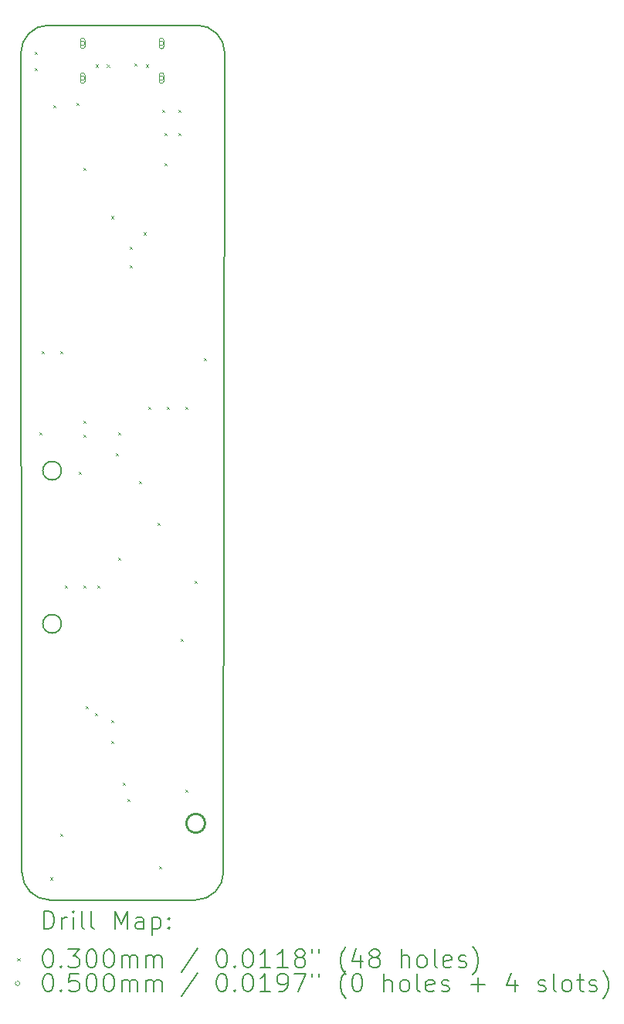
<source format=gbr>
%TF.GenerationSoftware,KiCad,Pcbnew,9.0.3*%
%TF.CreationDate,2025-09-26T00:40:57-04:00*%
%TF.ProjectId,Photon,50686f74-6f6e-42e6-9b69-6361645f7063,1.3*%
%TF.SameCoordinates,Original*%
%TF.FileFunction,Drillmap*%
%TF.FilePolarity,Positive*%
%FSLAX45Y45*%
G04 Gerber Fmt 4.5, Leading zero omitted, Abs format (unit mm)*
G04 Created by KiCad (PCBNEW 9.0.3) date 2025-09-26 00:40:57*
%MOMM*%
%LPD*%
G01*
G04 APERTURE LIST*
%ADD10C,0.200000*%
%ADD11C,0.250000*%
%ADD12C,0.100000*%
G04 APERTURE END LIST*
D10*
X4191000Y-11277600D02*
X4177926Y-2311400D01*
X4622800Y-6883400D02*
G75*
G02*
X4419600Y-6883400I-101600J0D01*
G01*
X4419600Y-6883400D02*
G75*
G02*
X4622800Y-6883400I101600J0D01*
G01*
X6109074Y-2006600D02*
G75*
G02*
X6413870Y-2311400I-4J-304800D01*
G01*
X6413870Y-2311400D02*
X6400800Y-11277600D01*
X6096000Y-11582400D02*
X4495800Y-11582400D01*
X4622800Y-8559800D02*
G75*
G02*
X4419600Y-8559800I-101600J0D01*
G01*
X4419600Y-8559800D02*
G75*
G02*
X4622800Y-8559800I101600J0D01*
G01*
X4177926Y-2311400D02*
G75*
G02*
X4482726Y-2006596I304804J0D01*
G01*
X6400800Y-11277600D02*
G75*
G02*
X6096000Y-11582400I-304800J0D01*
G01*
X4482726Y-2006600D02*
X6109074Y-2006600D01*
X4495800Y-11582400D02*
G75*
G02*
X4191000Y-11277600I0J304800D01*
G01*
D11*
X6198150Y-10744200D02*
G75*
G02*
X5993849Y-10744200I-102151J0D01*
G01*
X5993849Y-10744200D02*
G75*
G02*
X6198150Y-10744200I102151J0D01*
G01*
D10*
D12*
X4328400Y-2296400D02*
X4358400Y-2326400D01*
X4358400Y-2296400D02*
X4328400Y-2326400D01*
X4328400Y-2474200D02*
X4358400Y-2504200D01*
X4358400Y-2474200D02*
X4328400Y-2504200D01*
X4379200Y-6462000D02*
X4409200Y-6492000D01*
X4409200Y-6462000D02*
X4379200Y-6492000D01*
X4404600Y-5573000D02*
X4434600Y-5603000D01*
X4434600Y-5573000D02*
X4404600Y-5603000D01*
X4499900Y-11332500D02*
X4529900Y-11362500D01*
X4529900Y-11332500D02*
X4499900Y-11362500D01*
X4531600Y-2880600D02*
X4561600Y-2910600D01*
X4561600Y-2880600D02*
X4531600Y-2910600D01*
X4607800Y-5573000D02*
X4637800Y-5603000D01*
X4637800Y-5573000D02*
X4607800Y-5603000D01*
X4607800Y-10856200D02*
X4637800Y-10886200D01*
X4637800Y-10856200D02*
X4607800Y-10886200D01*
X4658600Y-8138400D02*
X4688600Y-8168400D01*
X4688600Y-8138400D02*
X4658600Y-8168400D01*
X4785600Y-2855200D02*
X4815600Y-2885200D01*
X4815600Y-2855200D02*
X4785600Y-2885200D01*
X4811000Y-6893800D02*
X4841000Y-6923800D01*
X4841000Y-6893800D02*
X4811000Y-6923800D01*
X4861800Y-3566400D02*
X4891800Y-3596400D01*
X4891800Y-3566400D02*
X4861800Y-3596400D01*
X4861800Y-6335000D02*
X4891800Y-6365000D01*
X4891800Y-6335000D02*
X4861800Y-6365000D01*
X4861800Y-6487400D02*
X4891800Y-6517400D01*
X4891800Y-6487400D02*
X4861800Y-6517400D01*
X4861800Y-8138400D02*
X4891800Y-8168400D01*
X4891800Y-8138400D02*
X4861800Y-8168400D01*
X4887200Y-9459200D02*
X4917200Y-9489200D01*
X4917200Y-9459200D02*
X4887200Y-9489200D01*
X4988800Y-9535400D02*
X5018800Y-9565400D01*
X5018800Y-9535400D02*
X4988800Y-9565400D01*
X4997880Y-2437600D02*
X5027880Y-2467600D01*
X5027880Y-2437600D02*
X4997880Y-2467600D01*
X5014200Y-8138400D02*
X5044200Y-8168400D01*
X5044200Y-8138400D02*
X5014200Y-8168400D01*
X5120880Y-2437600D02*
X5150880Y-2467600D01*
X5150880Y-2437600D02*
X5120880Y-2467600D01*
X5166600Y-4093500D02*
X5196600Y-4123500D01*
X5196600Y-4093500D02*
X5166600Y-4123500D01*
X5166600Y-9611600D02*
X5196600Y-9641600D01*
X5196600Y-9611600D02*
X5166600Y-9641600D01*
X5166600Y-9840200D02*
X5196600Y-9870200D01*
X5196600Y-9840200D02*
X5166600Y-9870200D01*
X5217400Y-6690600D02*
X5247400Y-6720600D01*
X5247400Y-6690600D02*
X5217400Y-6720600D01*
X5242800Y-6462000D02*
X5272800Y-6492000D01*
X5272800Y-6462000D02*
X5242800Y-6492000D01*
X5242800Y-7833600D02*
X5272800Y-7863600D01*
X5272800Y-7833600D02*
X5242800Y-7863600D01*
X5293600Y-10297400D02*
X5323600Y-10327400D01*
X5323600Y-10297400D02*
X5293600Y-10327400D01*
X5344400Y-10475200D02*
X5374400Y-10505200D01*
X5374400Y-10475200D02*
X5344400Y-10505200D01*
X5369800Y-4430000D02*
X5399800Y-4460000D01*
X5399800Y-4430000D02*
X5369800Y-4460000D01*
X5369800Y-4633200D02*
X5399800Y-4663200D01*
X5399800Y-4633200D02*
X5369800Y-4663200D01*
X5420600Y-2423400D02*
X5450600Y-2453400D01*
X5450600Y-2423400D02*
X5420600Y-2453400D01*
X5471400Y-6995400D02*
X5501400Y-7025400D01*
X5501400Y-6995400D02*
X5471400Y-7025400D01*
X5522200Y-4271300D02*
X5552200Y-4301300D01*
X5552200Y-4271300D02*
X5522200Y-4301300D01*
X5547600Y-2437600D02*
X5577600Y-2467600D01*
X5577600Y-2437600D02*
X5547600Y-2467600D01*
X5573000Y-6182600D02*
X5603000Y-6212600D01*
X5603000Y-6182600D02*
X5573000Y-6212600D01*
X5674600Y-7452600D02*
X5704600Y-7482600D01*
X5704600Y-7452600D02*
X5674600Y-7482600D01*
X5690700Y-11211800D02*
X5720700Y-11241800D01*
X5720700Y-11211800D02*
X5690700Y-11241800D01*
X5725400Y-2931400D02*
X5755400Y-2961400D01*
X5755400Y-2931400D02*
X5725400Y-2961400D01*
X5750800Y-3185400D02*
X5780800Y-3215400D01*
X5780800Y-3185400D02*
X5750800Y-3215400D01*
X5750800Y-3515600D02*
X5780800Y-3545600D01*
X5780800Y-3515600D02*
X5750800Y-3545600D01*
X5776200Y-6182600D02*
X5806200Y-6212600D01*
X5806200Y-6182600D02*
X5776200Y-6212600D01*
X5903200Y-2931400D02*
X5933200Y-2961400D01*
X5933200Y-2931400D02*
X5903200Y-2961400D01*
X5903200Y-3185400D02*
X5933200Y-3215400D01*
X5933200Y-3185400D02*
X5903200Y-3215400D01*
X5928600Y-8722600D02*
X5958600Y-8752600D01*
X5958600Y-8722600D02*
X5928600Y-8752600D01*
X5979400Y-6182600D02*
X6009400Y-6212600D01*
X6009400Y-6182600D02*
X5979400Y-6212600D01*
X5979400Y-10373600D02*
X6009400Y-10403600D01*
X6009400Y-10373600D02*
X5979400Y-10403600D01*
X6081000Y-8087600D02*
X6111000Y-8117600D01*
X6111000Y-8087600D02*
X6081000Y-8117600D01*
X6182600Y-5649200D02*
X6212600Y-5679200D01*
X6212600Y-5649200D02*
X6182600Y-5679200D01*
X4880880Y-2206000D02*
G75*
G02*
X4830880Y-2206000I-25000J0D01*
G01*
X4830880Y-2206000D02*
G75*
G02*
X4880880Y-2206000I25000J0D01*
G01*
X4880880Y-2241000D02*
X4880880Y-2171000D01*
X4830880Y-2171000D02*
G75*
G02*
X4880880Y-2171000I25000J0D01*
G01*
X4830880Y-2171000D02*
X4830880Y-2241000D01*
X4830880Y-2241000D02*
G75*
G03*
X4880880Y-2241000I25000J0D01*
G01*
X4880880Y-2586000D02*
G75*
G02*
X4830880Y-2586000I-25000J0D01*
G01*
X4830880Y-2586000D02*
G75*
G02*
X4880880Y-2586000I25000J0D01*
G01*
X4880880Y-2621000D02*
X4880880Y-2551000D01*
X4830880Y-2551000D02*
G75*
G02*
X4880880Y-2551000I25000J0D01*
G01*
X4830880Y-2551000D02*
X4830880Y-2621000D01*
X4830880Y-2621000D02*
G75*
G03*
X4880880Y-2621000I25000J0D01*
G01*
X5744880Y-2206000D02*
G75*
G02*
X5694880Y-2206000I-25000J0D01*
G01*
X5694880Y-2206000D02*
G75*
G02*
X5744880Y-2206000I25000J0D01*
G01*
X5744880Y-2241000D02*
X5744880Y-2171000D01*
X5694880Y-2171000D02*
G75*
G02*
X5744880Y-2171000I25000J0D01*
G01*
X5694880Y-2171000D02*
X5694880Y-2241000D01*
X5694880Y-2241000D02*
G75*
G03*
X5744880Y-2241000I25000J0D01*
G01*
X5744880Y-2586000D02*
G75*
G02*
X5694880Y-2586000I-25000J0D01*
G01*
X5694880Y-2586000D02*
G75*
G02*
X5744880Y-2586000I25000J0D01*
G01*
X5744880Y-2621000D02*
X5744880Y-2551000D01*
X5694880Y-2551000D02*
G75*
G02*
X5744880Y-2551000I25000J0D01*
G01*
X5694880Y-2551000D02*
X5694880Y-2621000D01*
X5694880Y-2621000D02*
G75*
G03*
X5744880Y-2621000I25000J0D01*
G01*
D10*
X4428703Y-11903884D02*
X4428703Y-11703884D01*
X4428703Y-11703884D02*
X4476322Y-11703884D01*
X4476322Y-11703884D02*
X4504893Y-11713408D01*
X4504893Y-11713408D02*
X4523941Y-11732455D01*
X4523941Y-11732455D02*
X4533465Y-11751503D01*
X4533465Y-11751503D02*
X4542989Y-11789598D01*
X4542989Y-11789598D02*
X4542989Y-11818169D01*
X4542989Y-11818169D02*
X4533465Y-11856265D01*
X4533465Y-11856265D02*
X4523941Y-11875312D01*
X4523941Y-11875312D02*
X4504893Y-11894360D01*
X4504893Y-11894360D02*
X4476322Y-11903884D01*
X4476322Y-11903884D02*
X4428703Y-11903884D01*
X4628703Y-11903884D02*
X4628703Y-11770550D01*
X4628703Y-11808646D02*
X4638227Y-11789598D01*
X4638227Y-11789598D02*
X4647751Y-11780074D01*
X4647751Y-11780074D02*
X4666798Y-11770550D01*
X4666798Y-11770550D02*
X4685846Y-11770550D01*
X4752512Y-11903884D02*
X4752512Y-11770550D01*
X4752512Y-11703884D02*
X4742989Y-11713408D01*
X4742989Y-11713408D02*
X4752512Y-11722931D01*
X4752512Y-11722931D02*
X4762036Y-11713408D01*
X4762036Y-11713408D02*
X4752512Y-11703884D01*
X4752512Y-11703884D02*
X4752512Y-11722931D01*
X4876322Y-11903884D02*
X4857274Y-11894360D01*
X4857274Y-11894360D02*
X4847751Y-11875312D01*
X4847751Y-11875312D02*
X4847751Y-11703884D01*
X4981084Y-11903884D02*
X4962036Y-11894360D01*
X4962036Y-11894360D02*
X4952512Y-11875312D01*
X4952512Y-11875312D02*
X4952512Y-11703884D01*
X5209655Y-11903884D02*
X5209655Y-11703884D01*
X5209655Y-11703884D02*
X5276322Y-11846741D01*
X5276322Y-11846741D02*
X5342989Y-11703884D01*
X5342989Y-11703884D02*
X5342989Y-11903884D01*
X5523941Y-11903884D02*
X5523941Y-11799122D01*
X5523941Y-11799122D02*
X5514417Y-11780074D01*
X5514417Y-11780074D02*
X5495370Y-11770550D01*
X5495370Y-11770550D02*
X5457274Y-11770550D01*
X5457274Y-11770550D02*
X5438227Y-11780074D01*
X5523941Y-11894360D02*
X5504893Y-11903884D01*
X5504893Y-11903884D02*
X5457274Y-11903884D01*
X5457274Y-11903884D02*
X5438227Y-11894360D01*
X5438227Y-11894360D02*
X5428703Y-11875312D01*
X5428703Y-11875312D02*
X5428703Y-11856265D01*
X5428703Y-11856265D02*
X5438227Y-11837217D01*
X5438227Y-11837217D02*
X5457274Y-11827693D01*
X5457274Y-11827693D02*
X5504893Y-11827693D01*
X5504893Y-11827693D02*
X5523941Y-11818169D01*
X5619179Y-11770550D02*
X5619179Y-11970550D01*
X5619179Y-11780074D02*
X5638227Y-11770550D01*
X5638227Y-11770550D02*
X5676322Y-11770550D01*
X5676322Y-11770550D02*
X5695370Y-11780074D01*
X5695370Y-11780074D02*
X5704893Y-11789598D01*
X5704893Y-11789598D02*
X5714417Y-11808646D01*
X5714417Y-11808646D02*
X5714417Y-11865788D01*
X5714417Y-11865788D02*
X5704893Y-11884836D01*
X5704893Y-11884836D02*
X5695370Y-11894360D01*
X5695370Y-11894360D02*
X5676322Y-11903884D01*
X5676322Y-11903884D02*
X5638227Y-11903884D01*
X5638227Y-11903884D02*
X5619179Y-11894360D01*
X5800131Y-11884836D02*
X5809655Y-11894360D01*
X5809655Y-11894360D02*
X5800131Y-11903884D01*
X5800131Y-11903884D02*
X5790608Y-11894360D01*
X5790608Y-11894360D02*
X5800131Y-11884836D01*
X5800131Y-11884836D02*
X5800131Y-11903884D01*
X5800131Y-11780074D02*
X5809655Y-11789598D01*
X5809655Y-11789598D02*
X5800131Y-11799122D01*
X5800131Y-11799122D02*
X5790608Y-11789598D01*
X5790608Y-11789598D02*
X5800131Y-11780074D01*
X5800131Y-11780074D02*
X5800131Y-11799122D01*
D12*
X4137926Y-12217400D02*
X4167926Y-12247400D01*
X4167926Y-12217400D02*
X4137926Y-12247400D01*
D10*
X4466798Y-12123884D02*
X4485846Y-12123884D01*
X4485846Y-12123884D02*
X4504893Y-12133408D01*
X4504893Y-12133408D02*
X4514417Y-12142931D01*
X4514417Y-12142931D02*
X4523941Y-12161979D01*
X4523941Y-12161979D02*
X4533465Y-12200074D01*
X4533465Y-12200074D02*
X4533465Y-12247693D01*
X4533465Y-12247693D02*
X4523941Y-12285788D01*
X4523941Y-12285788D02*
X4514417Y-12304836D01*
X4514417Y-12304836D02*
X4504893Y-12314360D01*
X4504893Y-12314360D02*
X4485846Y-12323884D01*
X4485846Y-12323884D02*
X4466798Y-12323884D01*
X4466798Y-12323884D02*
X4447751Y-12314360D01*
X4447751Y-12314360D02*
X4438227Y-12304836D01*
X4438227Y-12304836D02*
X4428703Y-12285788D01*
X4428703Y-12285788D02*
X4419179Y-12247693D01*
X4419179Y-12247693D02*
X4419179Y-12200074D01*
X4419179Y-12200074D02*
X4428703Y-12161979D01*
X4428703Y-12161979D02*
X4438227Y-12142931D01*
X4438227Y-12142931D02*
X4447751Y-12133408D01*
X4447751Y-12133408D02*
X4466798Y-12123884D01*
X4619179Y-12304836D02*
X4628703Y-12314360D01*
X4628703Y-12314360D02*
X4619179Y-12323884D01*
X4619179Y-12323884D02*
X4609655Y-12314360D01*
X4609655Y-12314360D02*
X4619179Y-12304836D01*
X4619179Y-12304836D02*
X4619179Y-12323884D01*
X4695370Y-12123884D02*
X4819179Y-12123884D01*
X4819179Y-12123884D02*
X4752512Y-12200074D01*
X4752512Y-12200074D02*
X4781084Y-12200074D01*
X4781084Y-12200074D02*
X4800132Y-12209598D01*
X4800132Y-12209598D02*
X4809655Y-12219122D01*
X4809655Y-12219122D02*
X4819179Y-12238169D01*
X4819179Y-12238169D02*
X4819179Y-12285788D01*
X4819179Y-12285788D02*
X4809655Y-12304836D01*
X4809655Y-12304836D02*
X4800132Y-12314360D01*
X4800132Y-12314360D02*
X4781084Y-12323884D01*
X4781084Y-12323884D02*
X4723941Y-12323884D01*
X4723941Y-12323884D02*
X4704893Y-12314360D01*
X4704893Y-12314360D02*
X4695370Y-12304836D01*
X4942989Y-12123884D02*
X4962036Y-12123884D01*
X4962036Y-12123884D02*
X4981084Y-12133408D01*
X4981084Y-12133408D02*
X4990608Y-12142931D01*
X4990608Y-12142931D02*
X5000132Y-12161979D01*
X5000132Y-12161979D02*
X5009655Y-12200074D01*
X5009655Y-12200074D02*
X5009655Y-12247693D01*
X5009655Y-12247693D02*
X5000132Y-12285788D01*
X5000132Y-12285788D02*
X4990608Y-12304836D01*
X4990608Y-12304836D02*
X4981084Y-12314360D01*
X4981084Y-12314360D02*
X4962036Y-12323884D01*
X4962036Y-12323884D02*
X4942989Y-12323884D01*
X4942989Y-12323884D02*
X4923941Y-12314360D01*
X4923941Y-12314360D02*
X4914417Y-12304836D01*
X4914417Y-12304836D02*
X4904893Y-12285788D01*
X4904893Y-12285788D02*
X4895370Y-12247693D01*
X4895370Y-12247693D02*
X4895370Y-12200074D01*
X4895370Y-12200074D02*
X4904893Y-12161979D01*
X4904893Y-12161979D02*
X4914417Y-12142931D01*
X4914417Y-12142931D02*
X4923941Y-12133408D01*
X4923941Y-12133408D02*
X4942989Y-12123884D01*
X5133465Y-12123884D02*
X5152513Y-12123884D01*
X5152513Y-12123884D02*
X5171560Y-12133408D01*
X5171560Y-12133408D02*
X5181084Y-12142931D01*
X5181084Y-12142931D02*
X5190608Y-12161979D01*
X5190608Y-12161979D02*
X5200132Y-12200074D01*
X5200132Y-12200074D02*
X5200132Y-12247693D01*
X5200132Y-12247693D02*
X5190608Y-12285788D01*
X5190608Y-12285788D02*
X5181084Y-12304836D01*
X5181084Y-12304836D02*
X5171560Y-12314360D01*
X5171560Y-12314360D02*
X5152513Y-12323884D01*
X5152513Y-12323884D02*
X5133465Y-12323884D01*
X5133465Y-12323884D02*
X5114417Y-12314360D01*
X5114417Y-12314360D02*
X5104893Y-12304836D01*
X5104893Y-12304836D02*
X5095370Y-12285788D01*
X5095370Y-12285788D02*
X5085846Y-12247693D01*
X5085846Y-12247693D02*
X5085846Y-12200074D01*
X5085846Y-12200074D02*
X5095370Y-12161979D01*
X5095370Y-12161979D02*
X5104893Y-12142931D01*
X5104893Y-12142931D02*
X5114417Y-12133408D01*
X5114417Y-12133408D02*
X5133465Y-12123884D01*
X5285846Y-12323884D02*
X5285846Y-12190550D01*
X5285846Y-12209598D02*
X5295370Y-12200074D01*
X5295370Y-12200074D02*
X5314417Y-12190550D01*
X5314417Y-12190550D02*
X5342989Y-12190550D01*
X5342989Y-12190550D02*
X5362036Y-12200074D01*
X5362036Y-12200074D02*
X5371560Y-12219122D01*
X5371560Y-12219122D02*
X5371560Y-12323884D01*
X5371560Y-12219122D02*
X5381084Y-12200074D01*
X5381084Y-12200074D02*
X5400132Y-12190550D01*
X5400132Y-12190550D02*
X5428703Y-12190550D01*
X5428703Y-12190550D02*
X5447751Y-12200074D01*
X5447751Y-12200074D02*
X5457274Y-12219122D01*
X5457274Y-12219122D02*
X5457274Y-12323884D01*
X5552513Y-12323884D02*
X5552513Y-12190550D01*
X5552513Y-12209598D02*
X5562036Y-12200074D01*
X5562036Y-12200074D02*
X5581084Y-12190550D01*
X5581084Y-12190550D02*
X5609655Y-12190550D01*
X5609655Y-12190550D02*
X5628703Y-12200074D01*
X5628703Y-12200074D02*
X5638227Y-12219122D01*
X5638227Y-12219122D02*
X5638227Y-12323884D01*
X5638227Y-12219122D02*
X5647751Y-12200074D01*
X5647751Y-12200074D02*
X5666798Y-12190550D01*
X5666798Y-12190550D02*
X5695370Y-12190550D01*
X5695370Y-12190550D02*
X5714417Y-12200074D01*
X5714417Y-12200074D02*
X5723941Y-12219122D01*
X5723941Y-12219122D02*
X5723941Y-12323884D01*
X6114417Y-12114360D02*
X5942989Y-12371503D01*
X6371560Y-12123884D02*
X6390608Y-12123884D01*
X6390608Y-12123884D02*
X6409655Y-12133408D01*
X6409655Y-12133408D02*
X6419179Y-12142931D01*
X6419179Y-12142931D02*
X6428703Y-12161979D01*
X6428703Y-12161979D02*
X6438227Y-12200074D01*
X6438227Y-12200074D02*
X6438227Y-12247693D01*
X6438227Y-12247693D02*
X6428703Y-12285788D01*
X6428703Y-12285788D02*
X6419179Y-12304836D01*
X6419179Y-12304836D02*
X6409655Y-12314360D01*
X6409655Y-12314360D02*
X6390608Y-12323884D01*
X6390608Y-12323884D02*
X6371560Y-12323884D01*
X6371560Y-12323884D02*
X6352513Y-12314360D01*
X6352513Y-12314360D02*
X6342989Y-12304836D01*
X6342989Y-12304836D02*
X6333465Y-12285788D01*
X6333465Y-12285788D02*
X6323941Y-12247693D01*
X6323941Y-12247693D02*
X6323941Y-12200074D01*
X6323941Y-12200074D02*
X6333465Y-12161979D01*
X6333465Y-12161979D02*
X6342989Y-12142931D01*
X6342989Y-12142931D02*
X6352513Y-12133408D01*
X6352513Y-12133408D02*
X6371560Y-12123884D01*
X6523941Y-12304836D02*
X6533465Y-12314360D01*
X6533465Y-12314360D02*
X6523941Y-12323884D01*
X6523941Y-12323884D02*
X6514417Y-12314360D01*
X6514417Y-12314360D02*
X6523941Y-12304836D01*
X6523941Y-12304836D02*
X6523941Y-12323884D01*
X6657274Y-12123884D02*
X6676322Y-12123884D01*
X6676322Y-12123884D02*
X6695370Y-12133408D01*
X6695370Y-12133408D02*
X6704894Y-12142931D01*
X6704894Y-12142931D02*
X6714417Y-12161979D01*
X6714417Y-12161979D02*
X6723941Y-12200074D01*
X6723941Y-12200074D02*
X6723941Y-12247693D01*
X6723941Y-12247693D02*
X6714417Y-12285788D01*
X6714417Y-12285788D02*
X6704894Y-12304836D01*
X6704894Y-12304836D02*
X6695370Y-12314360D01*
X6695370Y-12314360D02*
X6676322Y-12323884D01*
X6676322Y-12323884D02*
X6657274Y-12323884D01*
X6657274Y-12323884D02*
X6638227Y-12314360D01*
X6638227Y-12314360D02*
X6628703Y-12304836D01*
X6628703Y-12304836D02*
X6619179Y-12285788D01*
X6619179Y-12285788D02*
X6609655Y-12247693D01*
X6609655Y-12247693D02*
X6609655Y-12200074D01*
X6609655Y-12200074D02*
X6619179Y-12161979D01*
X6619179Y-12161979D02*
X6628703Y-12142931D01*
X6628703Y-12142931D02*
X6638227Y-12133408D01*
X6638227Y-12133408D02*
X6657274Y-12123884D01*
X6914417Y-12323884D02*
X6800132Y-12323884D01*
X6857274Y-12323884D02*
X6857274Y-12123884D01*
X6857274Y-12123884D02*
X6838227Y-12152455D01*
X6838227Y-12152455D02*
X6819179Y-12171503D01*
X6819179Y-12171503D02*
X6800132Y-12181027D01*
X7104894Y-12323884D02*
X6990608Y-12323884D01*
X7047751Y-12323884D02*
X7047751Y-12123884D01*
X7047751Y-12123884D02*
X7028703Y-12152455D01*
X7028703Y-12152455D02*
X7009655Y-12171503D01*
X7009655Y-12171503D02*
X6990608Y-12181027D01*
X7219179Y-12209598D02*
X7200132Y-12200074D01*
X7200132Y-12200074D02*
X7190608Y-12190550D01*
X7190608Y-12190550D02*
X7181084Y-12171503D01*
X7181084Y-12171503D02*
X7181084Y-12161979D01*
X7181084Y-12161979D02*
X7190608Y-12142931D01*
X7190608Y-12142931D02*
X7200132Y-12133408D01*
X7200132Y-12133408D02*
X7219179Y-12123884D01*
X7219179Y-12123884D02*
X7257275Y-12123884D01*
X7257275Y-12123884D02*
X7276322Y-12133408D01*
X7276322Y-12133408D02*
X7285846Y-12142931D01*
X7285846Y-12142931D02*
X7295370Y-12161979D01*
X7295370Y-12161979D02*
X7295370Y-12171503D01*
X7295370Y-12171503D02*
X7285846Y-12190550D01*
X7285846Y-12190550D02*
X7276322Y-12200074D01*
X7276322Y-12200074D02*
X7257275Y-12209598D01*
X7257275Y-12209598D02*
X7219179Y-12209598D01*
X7219179Y-12209598D02*
X7200132Y-12219122D01*
X7200132Y-12219122D02*
X7190608Y-12228646D01*
X7190608Y-12228646D02*
X7181084Y-12247693D01*
X7181084Y-12247693D02*
X7181084Y-12285788D01*
X7181084Y-12285788D02*
X7190608Y-12304836D01*
X7190608Y-12304836D02*
X7200132Y-12314360D01*
X7200132Y-12314360D02*
X7219179Y-12323884D01*
X7219179Y-12323884D02*
X7257275Y-12323884D01*
X7257275Y-12323884D02*
X7276322Y-12314360D01*
X7276322Y-12314360D02*
X7285846Y-12304836D01*
X7285846Y-12304836D02*
X7295370Y-12285788D01*
X7295370Y-12285788D02*
X7295370Y-12247693D01*
X7295370Y-12247693D02*
X7285846Y-12228646D01*
X7285846Y-12228646D02*
X7276322Y-12219122D01*
X7276322Y-12219122D02*
X7257275Y-12209598D01*
X7371560Y-12123884D02*
X7371560Y-12161979D01*
X7447751Y-12123884D02*
X7447751Y-12161979D01*
X7742989Y-12400074D02*
X7733465Y-12390550D01*
X7733465Y-12390550D02*
X7714417Y-12361979D01*
X7714417Y-12361979D02*
X7704894Y-12342931D01*
X7704894Y-12342931D02*
X7695370Y-12314360D01*
X7695370Y-12314360D02*
X7685846Y-12266741D01*
X7685846Y-12266741D02*
X7685846Y-12228646D01*
X7685846Y-12228646D02*
X7695370Y-12181027D01*
X7695370Y-12181027D02*
X7704894Y-12152455D01*
X7704894Y-12152455D02*
X7714417Y-12133408D01*
X7714417Y-12133408D02*
X7733465Y-12104836D01*
X7733465Y-12104836D02*
X7742989Y-12095312D01*
X7904894Y-12190550D02*
X7904894Y-12323884D01*
X7857275Y-12114360D02*
X7809656Y-12257217D01*
X7809656Y-12257217D02*
X7933465Y-12257217D01*
X8038227Y-12209598D02*
X8019179Y-12200074D01*
X8019179Y-12200074D02*
X8009656Y-12190550D01*
X8009656Y-12190550D02*
X8000132Y-12171503D01*
X8000132Y-12171503D02*
X8000132Y-12161979D01*
X8000132Y-12161979D02*
X8009656Y-12142931D01*
X8009656Y-12142931D02*
X8019179Y-12133408D01*
X8019179Y-12133408D02*
X8038227Y-12123884D01*
X8038227Y-12123884D02*
X8076322Y-12123884D01*
X8076322Y-12123884D02*
X8095370Y-12133408D01*
X8095370Y-12133408D02*
X8104894Y-12142931D01*
X8104894Y-12142931D02*
X8114417Y-12161979D01*
X8114417Y-12161979D02*
X8114417Y-12171503D01*
X8114417Y-12171503D02*
X8104894Y-12190550D01*
X8104894Y-12190550D02*
X8095370Y-12200074D01*
X8095370Y-12200074D02*
X8076322Y-12209598D01*
X8076322Y-12209598D02*
X8038227Y-12209598D01*
X8038227Y-12209598D02*
X8019179Y-12219122D01*
X8019179Y-12219122D02*
X8009656Y-12228646D01*
X8009656Y-12228646D02*
X8000132Y-12247693D01*
X8000132Y-12247693D02*
X8000132Y-12285788D01*
X8000132Y-12285788D02*
X8009656Y-12304836D01*
X8009656Y-12304836D02*
X8019179Y-12314360D01*
X8019179Y-12314360D02*
X8038227Y-12323884D01*
X8038227Y-12323884D02*
X8076322Y-12323884D01*
X8076322Y-12323884D02*
X8095370Y-12314360D01*
X8095370Y-12314360D02*
X8104894Y-12304836D01*
X8104894Y-12304836D02*
X8114417Y-12285788D01*
X8114417Y-12285788D02*
X8114417Y-12247693D01*
X8114417Y-12247693D02*
X8104894Y-12228646D01*
X8104894Y-12228646D02*
X8095370Y-12219122D01*
X8095370Y-12219122D02*
X8076322Y-12209598D01*
X8352513Y-12323884D02*
X8352513Y-12123884D01*
X8438227Y-12323884D02*
X8438227Y-12219122D01*
X8438227Y-12219122D02*
X8428703Y-12200074D01*
X8428703Y-12200074D02*
X8409656Y-12190550D01*
X8409656Y-12190550D02*
X8381084Y-12190550D01*
X8381084Y-12190550D02*
X8362037Y-12200074D01*
X8362037Y-12200074D02*
X8352513Y-12209598D01*
X8562037Y-12323884D02*
X8542989Y-12314360D01*
X8542989Y-12314360D02*
X8533465Y-12304836D01*
X8533465Y-12304836D02*
X8523941Y-12285788D01*
X8523941Y-12285788D02*
X8523941Y-12228646D01*
X8523941Y-12228646D02*
X8533465Y-12209598D01*
X8533465Y-12209598D02*
X8542989Y-12200074D01*
X8542989Y-12200074D02*
X8562037Y-12190550D01*
X8562037Y-12190550D02*
X8590608Y-12190550D01*
X8590608Y-12190550D02*
X8609656Y-12200074D01*
X8609656Y-12200074D02*
X8619180Y-12209598D01*
X8619180Y-12209598D02*
X8628703Y-12228646D01*
X8628703Y-12228646D02*
X8628703Y-12285788D01*
X8628703Y-12285788D02*
X8619180Y-12304836D01*
X8619180Y-12304836D02*
X8609656Y-12314360D01*
X8609656Y-12314360D02*
X8590608Y-12323884D01*
X8590608Y-12323884D02*
X8562037Y-12323884D01*
X8742989Y-12323884D02*
X8723941Y-12314360D01*
X8723941Y-12314360D02*
X8714418Y-12295312D01*
X8714418Y-12295312D02*
X8714418Y-12123884D01*
X8895370Y-12314360D02*
X8876322Y-12323884D01*
X8876322Y-12323884D02*
X8838227Y-12323884D01*
X8838227Y-12323884D02*
X8819180Y-12314360D01*
X8819180Y-12314360D02*
X8809656Y-12295312D01*
X8809656Y-12295312D02*
X8809656Y-12219122D01*
X8809656Y-12219122D02*
X8819180Y-12200074D01*
X8819180Y-12200074D02*
X8838227Y-12190550D01*
X8838227Y-12190550D02*
X8876322Y-12190550D01*
X8876322Y-12190550D02*
X8895370Y-12200074D01*
X8895370Y-12200074D02*
X8904894Y-12219122D01*
X8904894Y-12219122D02*
X8904894Y-12238169D01*
X8904894Y-12238169D02*
X8809656Y-12257217D01*
X8981084Y-12314360D02*
X9000132Y-12323884D01*
X9000132Y-12323884D02*
X9038227Y-12323884D01*
X9038227Y-12323884D02*
X9057275Y-12314360D01*
X9057275Y-12314360D02*
X9066799Y-12295312D01*
X9066799Y-12295312D02*
X9066799Y-12285788D01*
X9066799Y-12285788D02*
X9057275Y-12266741D01*
X9057275Y-12266741D02*
X9038227Y-12257217D01*
X9038227Y-12257217D02*
X9009656Y-12257217D01*
X9009656Y-12257217D02*
X8990608Y-12247693D01*
X8990608Y-12247693D02*
X8981084Y-12228646D01*
X8981084Y-12228646D02*
X8981084Y-12219122D01*
X8981084Y-12219122D02*
X8990608Y-12200074D01*
X8990608Y-12200074D02*
X9009656Y-12190550D01*
X9009656Y-12190550D02*
X9038227Y-12190550D01*
X9038227Y-12190550D02*
X9057275Y-12200074D01*
X9133465Y-12400074D02*
X9142989Y-12390550D01*
X9142989Y-12390550D02*
X9162037Y-12361979D01*
X9162037Y-12361979D02*
X9171561Y-12342931D01*
X9171561Y-12342931D02*
X9181084Y-12314360D01*
X9181084Y-12314360D02*
X9190608Y-12266741D01*
X9190608Y-12266741D02*
X9190608Y-12228646D01*
X9190608Y-12228646D02*
X9181084Y-12181027D01*
X9181084Y-12181027D02*
X9171561Y-12152455D01*
X9171561Y-12152455D02*
X9162037Y-12133408D01*
X9162037Y-12133408D02*
X9142989Y-12104836D01*
X9142989Y-12104836D02*
X9133465Y-12095312D01*
D12*
X4167926Y-12496400D02*
G75*
G02*
X4117926Y-12496400I-25000J0D01*
G01*
X4117926Y-12496400D02*
G75*
G02*
X4167926Y-12496400I25000J0D01*
G01*
D10*
X4466798Y-12387884D02*
X4485846Y-12387884D01*
X4485846Y-12387884D02*
X4504893Y-12397408D01*
X4504893Y-12397408D02*
X4514417Y-12406931D01*
X4514417Y-12406931D02*
X4523941Y-12425979D01*
X4523941Y-12425979D02*
X4533465Y-12464074D01*
X4533465Y-12464074D02*
X4533465Y-12511693D01*
X4533465Y-12511693D02*
X4523941Y-12549788D01*
X4523941Y-12549788D02*
X4514417Y-12568836D01*
X4514417Y-12568836D02*
X4504893Y-12578360D01*
X4504893Y-12578360D02*
X4485846Y-12587884D01*
X4485846Y-12587884D02*
X4466798Y-12587884D01*
X4466798Y-12587884D02*
X4447751Y-12578360D01*
X4447751Y-12578360D02*
X4438227Y-12568836D01*
X4438227Y-12568836D02*
X4428703Y-12549788D01*
X4428703Y-12549788D02*
X4419179Y-12511693D01*
X4419179Y-12511693D02*
X4419179Y-12464074D01*
X4419179Y-12464074D02*
X4428703Y-12425979D01*
X4428703Y-12425979D02*
X4438227Y-12406931D01*
X4438227Y-12406931D02*
X4447751Y-12397408D01*
X4447751Y-12397408D02*
X4466798Y-12387884D01*
X4619179Y-12568836D02*
X4628703Y-12578360D01*
X4628703Y-12578360D02*
X4619179Y-12587884D01*
X4619179Y-12587884D02*
X4609655Y-12578360D01*
X4609655Y-12578360D02*
X4619179Y-12568836D01*
X4619179Y-12568836D02*
X4619179Y-12587884D01*
X4809655Y-12387884D02*
X4714417Y-12387884D01*
X4714417Y-12387884D02*
X4704893Y-12483122D01*
X4704893Y-12483122D02*
X4714417Y-12473598D01*
X4714417Y-12473598D02*
X4733465Y-12464074D01*
X4733465Y-12464074D02*
X4781084Y-12464074D01*
X4781084Y-12464074D02*
X4800132Y-12473598D01*
X4800132Y-12473598D02*
X4809655Y-12483122D01*
X4809655Y-12483122D02*
X4819179Y-12502169D01*
X4819179Y-12502169D02*
X4819179Y-12549788D01*
X4819179Y-12549788D02*
X4809655Y-12568836D01*
X4809655Y-12568836D02*
X4800132Y-12578360D01*
X4800132Y-12578360D02*
X4781084Y-12587884D01*
X4781084Y-12587884D02*
X4733465Y-12587884D01*
X4733465Y-12587884D02*
X4714417Y-12578360D01*
X4714417Y-12578360D02*
X4704893Y-12568836D01*
X4942989Y-12387884D02*
X4962036Y-12387884D01*
X4962036Y-12387884D02*
X4981084Y-12397408D01*
X4981084Y-12397408D02*
X4990608Y-12406931D01*
X4990608Y-12406931D02*
X5000132Y-12425979D01*
X5000132Y-12425979D02*
X5009655Y-12464074D01*
X5009655Y-12464074D02*
X5009655Y-12511693D01*
X5009655Y-12511693D02*
X5000132Y-12549788D01*
X5000132Y-12549788D02*
X4990608Y-12568836D01*
X4990608Y-12568836D02*
X4981084Y-12578360D01*
X4981084Y-12578360D02*
X4962036Y-12587884D01*
X4962036Y-12587884D02*
X4942989Y-12587884D01*
X4942989Y-12587884D02*
X4923941Y-12578360D01*
X4923941Y-12578360D02*
X4914417Y-12568836D01*
X4914417Y-12568836D02*
X4904893Y-12549788D01*
X4904893Y-12549788D02*
X4895370Y-12511693D01*
X4895370Y-12511693D02*
X4895370Y-12464074D01*
X4895370Y-12464074D02*
X4904893Y-12425979D01*
X4904893Y-12425979D02*
X4914417Y-12406931D01*
X4914417Y-12406931D02*
X4923941Y-12397408D01*
X4923941Y-12397408D02*
X4942989Y-12387884D01*
X5133465Y-12387884D02*
X5152513Y-12387884D01*
X5152513Y-12387884D02*
X5171560Y-12397408D01*
X5171560Y-12397408D02*
X5181084Y-12406931D01*
X5181084Y-12406931D02*
X5190608Y-12425979D01*
X5190608Y-12425979D02*
X5200132Y-12464074D01*
X5200132Y-12464074D02*
X5200132Y-12511693D01*
X5200132Y-12511693D02*
X5190608Y-12549788D01*
X5190608Y-12549788D02*
X5181084Y-12568836D01*
X5181084Y-12568836D02*
X5171560Y-12578360D01*
X5171560Y-12578360D02*
X5152513Y-12587884D01*
X5152513Y-12587884D02*
X5133465Y-12587884D01*
X5133465Y-12587884D02*
X5114417Y-12578360D01*
X5114417Y-12578360D02*
X5104893Y-12568836D01*
X5104893Y-12568836D02*
X5095370Y-12549788D01*
X5095370Y-12549788D02*
X5085846Y-12511693D01*
X5085846Y-12511693D02*
X5085846Y-12464074D01*
X5085846Y-12464074D02*
X5095370Y-12425979D01*
X5095370Y-12425979D02*
X5104893Y-12406931D01*
X5104893Y-12406931D02*
X5114417Y-12397408D01*
X5114417Y-12397408D02*
X5133465Y-12387884D01*
X5285846Y-12587884D02*
X5285846Y-12454550D01*
X5285846Y-12473598D02*
X5295370Y-12464074D01*
X5295370Y-12464074D02*
X5314417Y-12454550D01*
X5314417Y-12454550D02*
X5342989Y-12454550D01*
X5342989Y-12454550D02*
X5362036Y-12464074D01*
X5362036Y-12464074D02*
X5371560Y-12483122D01*
X5371560Y-12483122D02*
X5371560Y-12587884D01*
X5371560Y-12483122D02*
X5381084Y-12464074D01*
X5381084Y-12464074D02*
X5400132Y-12454550D01*
X5400132Y-12454550D02*
X5428703Y-12454550D01*
X5428703Y-12454550D02*
X5447751Y-12464074D01*
X5447751Y-12464074D02*
X5457274Y-12483122D01*
X5457274Y-12483122D02*
X5457274Y-12587884D01*
X5552513Y-12587884D02*
X5552513Y-12454550D01*
X5552513Y-12473598D02*
X5562036Y-12464074D01*
X5562036Y-12464074D02*
X5581084Y-12454550D01*
X5581084Y-12454550D02*
X5609655Y-12454550D01*
X5609655Y-12454550D02*
X5628703Y-12464074D01*
X5628703Y-12464074D02*
X5638227Y-12483122D01*
X5638227Y-12483122D02*
X5638227Y-12587884D01*
X5638227Y-12483122D02*
X5647751Y-12464074D01*
X5647751Y-12464074D02*
X5666798Y-12454550D01*
X5666798Y-12454550D02*
X5695370Y-12454550D01*
X5695370Y-12454550D02*
X5714417Y-12464074D01*
X5714417Y-12464074D02*
X5723941Y-12483122D01*
X5723941Y-12483122D02*
X5723941Y-12587884D01*
X6114417Y-12378360D02*
X5942989Y-12635503D01*
X6371560Y-12387884D02*
X6390608Y-12387884D01*
X6390608Y-12387884D02*
X6409655Y-12397408D01*
X6409655Y-12397408D02*
X6419179Y-12406931D01*
X6419179Y-12406931D02*
X6428703Y-12425979D01*
X6428703Y-12425979D02*
X6438227Y-12464074D01*
X6438227Y-12464074D02*
X6438227Y-12511693D01*
X6438227Y-12511693D02*
X6428703Y-12549788D01*
X6428703Y-12549788D02*
X6419179Y-12568836D01*
X6419179Y-12568836D02*
X6409655Y-12578360D01*
X6409655Y-12578360D02*
X6390608Y-12587884D01*
X6390608Y-12587884D02*
X6371560Y-12587884D01*
X6371560Y-12587884D02*
X6352513Y-12578360D01*
X6352513Y-12578360D02*
X6342989Y-12568836D01*
X6342989Y-12568836D02*
X6333465Y-12549788D01*
X6333465Y-12549788D02*
X6323941Y-12511693D01*
X6323941Y-12511693D02*
X6323941Y-12464074D01*
X6323941Y-12464074D02*
X6333465Y-12425979D01*
X6333465Y-12425979D02*
X6342989Y-12406931D01*
X6342989Y-12406931D02*
X6352513Y-12397408D01*
X6352513Y-12397408D02*
X6371560Y-12387884D01*
X6523941Y-12568836D02*
X6533465Y-12578360D01*
X6533465Y-12578360D02*
X6523941Y-12587884D01*
X6523941Y-12587884D02*
X6514417Y-12578360D01*
X6514417Y-12578360D02*
X6523941Y-12568836D01*
X6523941Y-12568836D02*
X6523941Y-12587884D01*
X6657274Y-12387884D02*
X6676322Y-12387884D01*
X6676322Y-12387884D02*
X6695370Y-12397408D01*
X6695370Y-12397408D02*
X6704894Y-12406931D01*
X6704894Y-12406931D02*
X6714417Y-12425979D01*
X6714417Y-12425979D02*
X6723941Y-12464074D01*
X6723941Y-12464074D02*
X6723941Y-12511693D01*
X6723941Y-12511693D02*
X6714417Y-12549788D01*
X6714417Y-12549788D02*
X6704894Y-12568836D01*
X6704894Y-12568836D02*
X6695370Y-12578360D01*
X6695370Y-12578360D02*
X6676322Y-12587884D01*
X6676322Y-12587884D02*
X6657274Y-12587884D01*
X6657274Y-12587884D02*
X6638227Y-12578360D01*
X6638227Y-12578360D02*
X6628703Y-12568836D01*
X6628703Y-12568836D02*
X6619179Y-12549788D01*
X6619179Y-12549788D02*
X6609655Y-12511693D01*
X6609655Y-12511693D02*
X6609655Y-12464074D01*
X6609655Y-12464074D02*
X6619179Y-12425979D01*
X6619179Y-12425979D02*
X6628703Y-12406931D01*
X6628703Y-12406931D02*
X6638227Y-12397408D01*
X6638227Y-12397408D02*
X6657274Y-12387884D01*
X6914417Y-12587884D02*
X6800132Y-12587884D01*
X6857274Y-12587884D02*
X6857274Y-12387884D01*
X6857274Y-12387884D02*
X6838227Y-12416455D01*
X6838227Y-12416455D02*
X6819179Y-12435503D01*
X6819179Y-12435503D02*
X6800132Y-12445027D01*
X7009655Y-12587884D02*
X7047751Y-12587884D01*
X7047751Y-12587884D02*
X7066798Y-12578360D01*
X7066798Y-12578360D02*
X7076322Y-12568836D01*
X7076322Y-12568836D02*
X7095370Y-12540265D01*
X7095370Y-12540265D02*
X7104894Y-12502169D01*
X7104894Y-12502169D02*
X7104894Y-12425979D01*
X7104894Y-12425979D02*
X7095370Y-12406931D01*
X7095370Y-12406931D02*
X7085846Y-12397408D01*
X7085846Y-12397408D02*
X7066798Y-12387884D01*
X7066798Y-12387884D02*
X7028703Y-12387884D01*
X7028703Y-12387884D02*
X7009655Y-12397408D01*
X7009655Y-12397408D02*
X7000132Y-12406931D01*
X7000132Y-12406931D02*
X6990608Y-12425979D01*
X6990608Y-12425979D02*
X6990608Y-12473598D01*
X6990608Y-12473598D02*
X7000132Y-12492646D01*
X7000132Y-12492646D02*
X7009655Y-12502169D01*
X7009655Y-12502169D02*
X7028703Y-12511693D01*
X7028703Y-12511693D02*
X7066798Y-12511693D01*
X7066798Y-12511693D02*
X7085846Y-12502169D01*
X7085846Y-12502169D02*
X7095370Y-12492646D01*
X7095370Y-12492646D02*
X7104894Y-12473598D01*
X7171560Y-12387884D02*
X7304894Y-12387884D01*
X7304894Y-12387884D02*
X7219179Y-12587884D01*
X7371560Y-12387884D02*
X7371560Y-12425979D01*
X7447751Y-12387884D02*
X7447751Y-12425979D01*
X7742989Y-12664074D02*
X7733465Y-12654550D01*
X7733465Y-12654550D02*
X7714417Y-12625979D01*
X7714417Y-12625979D02*
X7704894Y-12606931D01*
X7704894Y-12606931D02*
X7695370Y-12578360D01*
X7695370Y-12578360D02*
X7685846Y-12530741D01*
X7685846Y-12530741D02*
X7685846Y-12492646D01*
X7685846Y-12492646D02*
X7695370Y-12445027D01*
X7695370Y-12445027D02*
X7704894Y-12416455D01*
X7704894Y-12416455D02*
X7714417Y-12397408D01*
X7714417Y-12397408D02*
X7733465Y-12368836D01*
X7733465Y-12368836D02*
X7742989Y-12359312D01*
X7857275Y-12387884D02*
X7876322Y-12387884D01*
X7876322Y-12387884D02*
X7895370Y-12397408D01*
X7895370Y-12397408D02*
X7904894Y-12406931D01*
X7904894Y-12406931D02*
X7914417Y-12425979D01*
X7914417Y-12425979D02*
X7923941Y-12464074D01*
X7923941Y-12464074D02*
X7923941Y-12511693D01*
X7923941Y-12511693D02*
X7914417Y-12549788D01*
X7914417Y-12549788D02*
X7904894Y-12568836D01*
X7904894Y-12568836D02*
X7895370Y-12578360D01*
X7895370Y-12578360D02*
X7876322Y-12587884D01*
X7876322Y-12587884D02*
X7857275Y-12587884D01*
X7857275Y-12587884D02*
X7838227Y-12578360D01*
X7838227Y-12578360D02*
X7828703Y-12568836D01*
X7828703Y-12568836D02*
X7819179Y-12549788D01*
X7819179Y-12549788D02*
X7809656Y-12511693D01*
X7809656Y-12511693D02*
X7809656Y-12464074D01*
X7809656Y-12464074D02*
X7819179Y-12425979D01*
X7819179Y-12425979D02*
X7828703Y-12406931D01*
X7828703Y-12406931D02*
X7838227Y-12397408D01*
X7838227Y-12397408D02*
X7857275Y-12387884D01*
X8162037Y-12587884D02*
X8162037Y-12387884D01*
X8247751Y-12587884D02*
X8247751Y-12483122D01*
X8247751Y-12483122D02*
X8238227Y-12464074D01*
X8238227Y-12464074D02*
X8219179Y-12454550D01*
X8219179Y-12454550D02*
X8190608Y-12454550D01*
X8190608Y-12454550D02*
X8171560Y-12464074D01*
X8171560Y-12464074D02*
X8162037Y-12473598D01*
X8371560Y-12587884D02*
X8352513Y-12578360D01*
X8352513Y-12578360D02*
X8342989Y-12568836D01*
X8342989Y-12568836D02*
X8333465Y-12549788D01*
X8333465Y-12549788D02*
X8333465Y-12492646D01*
X8333465Y-12492646D02*
X8342989Y-12473598D01*
X8342989Y-12473598D02*
X8352513Y-12464074D01*
X8352513Y-12464074D02*
X8371560Y-12454550D01*
X8371560Y-12454550D02*
X8400132Y-12454550D01*
X8400132Y-12454550D02*
X8419180Y-12464074D01*
X8419180Y-12464074D02*
X8428703Y-12473598D01*
X8428703Y-12473598D02*
X8438227Y-12492646D01*
X8438227Y-12492646D02*
X8438227Y-12549788D01*
X8438227Y-12549788D02*
X8428703Y-12568836D01*
X8428703Y-12568836D02*
X8419180Y-12578360D01*
X8419180Y-12578360D02*
X8400132Y-12587884D01*
X8400132Y-12587884D02*
X8371560Y-12587884D01*
X8552513Y-12587884D02*
X8533465Y-12578360D01*
X8533465Y-12578360D02*
X8523941Y-12559312D01*
X8523941Y-12559312D02*
X8523941Y-12387884D01*
X8704894Y-12578360D02*
X8685846Y-12587884D01*
X8685846Y-12587884D02*
X8647751Y-12587884D01*
X8647751Y-12587884D02*
X8628703Y-12578360D01*
X8628703Y-12578360D02*
X8619180Y-12559312D01*
X8619180Y-12559312D02*
X8619180Y-12483122D01*
X8619180Y-12483122D02*
X8628703Y-12464074D01*
X8628703Y-12464074D02*
X8647751Y-12454550D01*
X8647751Y-12454550D02*
X8685846Y-12454550D01*
X8685846Y-12454550D02*
X8704894Y-12464074D01*
X8704894Y-12464074D02*
X8714418Y-12483122D01*
X8714418Y-12483122D02*
X8714418Y-12502169D01*
X8714418Y-12502169D02*
X8619180Y-12521217D01*
X8790608Y-12578360D02*
X8809656Y-12587884D01*
X8809656Y-12587884D02*
X8847751Y-12587884D01*
X8847751Y-12587884D02*
X8866799Y-12578360D01*
X8866799Y-12578360D02*
X8876322Y-12559312D01*
X8876322Y-12559312D02*
X8876322Y-12549788D01*
X8876322Y-12549788D02*
X8866799Y-12530741D01*
X8866799Y-12530741D02*
X8847751Y-12521217D01*
X8847751Y-12521217D02*
X8819180Y-12521217D01*
X8819180Y-12521217D02*
X8800132Y-12511693D01*
X8800132Y-12511693D02*
X8790608Y-12492646D01*
X8790608Y-12492646D02*
X8790608Y-12483122D01*
X8790608Y-12483122D02*
X8800132Y-12464074D01*
X8800132Y-12464074D02*
X8819180Y-12454550D01*
X8819180Y-12454550D02*
X8847751Y-12454550D01*
X8847751Y-12454550D02*
X8866799Y-12464074D01*
X9114418Y-12511693D02*
X9266799Y-12511693D01*
X9190608Y-12587884D02*
X9190608Y-12435503D01*
X9600132Y-12454550D02*
X9600132Y-12587884D01*
X9552513Y-12378360D02*
X9504894Y-12521217D01*
X9504894Y-12521217D02*
X9628703Y-12521217D01*
X9847751Y-12578360D02*
X9866799Y-12587884D01*
X9866799Y-12587884D02*
X9904894Y-12587884D01*
X9904894Y-12587884D02*
X9923942Y-12578360D01*
X9923942Y-12578360D02*
X9933465Y-12559312D01*
X9933465Y-12559312D02*
X9933465Y-12549788D01*
X9933465Y-12549788D02*
X9923942Y-12530741D01*
X9923942Y-12530741D02*
X9904894Y-12521217D01*
X9904894Y-12521217D02*
X9876323Y-12521217D01*
X9876323Y-12521217D02*
X9857275Y-12511693D01*
X9857275Y-12511693D02*
X9847751Y-12492646D01*
X9847751Y-12492646D02*
X9847751Y-12483122D01*
X9847751Y-12483122D02*
X9857275Y-12464074D01*
X9857275Y-12464074D02*
X9876323Y-12454550D01*
X9876323Y-12454550D02*
X9904894Y-12454550D01*
X9904894Y-12454550D02*
X9923942Y-12464074D01*
X10047751Y-12587884D02*
X10028704Y-12578360D01*
X10028704Y-12578360D02*
X10019180Y-12559312D01*
X10019180Y-12559312D02*
X10019180Y-12387884D01*
X10152513Y-12587884D02*
X10133465Y-12578360D01*
X10133465Y-12578360D02*
X10123942Y-12568836D01*
X10123942Y-12568836D02*
X10114418Y-12549788D01*
X10114418Y-12549788D02*
X10114418Y-12492646D01*
X10114418Y-12492646D02*
X10123942Y-12473598D01*
X10123942Y-12473598D02*
X10133465Y-12464074D01*
X10133465Y-12464074D02*
X10152513Y-12454550D01*
X10152513Y-12454550D02*
X10181085Y-12454550D01*
X10181085Y-12454550D02*
X10200132Y-12464074D01*
X10200132Y-12464074D02*
X10209656Y-12473598D01*
X10209656Y-12473598D02*
X10219180Y-12492646D01*
X10219180Y-12492646D02*
X10219180Y-12549788D01*
X10219180Y-12549788D02*
X10209656Y-12568836D01*
X10209656Y-12568836D02*
X10200132Y-12578360D01*
X10200132Y-12578360D02*
X10181085Y-12587884D01*
X10181085Y-12587884D02*
X10152513Y-12587884D01*
X10276323Y-12454550D02*
X10352513Y-12454550D01*
X10304894Y-12387884D02*
X10304894Y-12559312D01*
X10304894Y-12559312D02*
X10314418Y-12578360D01*
X10314418Y-12578360D02*
X10333465Y-12587884D01*
X10333465Y-12587884D02*
X10352513Y-12587884D01*
X10409656Y-12578360D02*
X10428704Y-12587884D01*
X10428704Y-12587884D02*
X10466799Y-12587884D01*
X10466799Y-12587884D02*
X10485846Y-12578360D01*
X10485846Y-12578360D02*
X10495370Y-12559312D01*
X10495370Y-12559312D02*
X10495370Y-12549788D01*
X10495370Y-12549788D02*
X10485846Y-12530741D01*
X10485846Y-12530741D02*
X10466799Y-12521217D01*
X10466799Y-12521217D02*
X10438227Y-12521217D01*
X10438227Y-12521217D02*
X10419180Y-12511693D01*
X10419180Y-12511693D02*
X10409656Y-12492646D01*
X10409656Y-12492646D02*
X10409656Y-12483122D01*
X10409656Y-12483122D02*
X10419180Y-12464074D01*
X10419180Y-12464074D02*
X10438227Y-12454550D01*
X10438227Y-12454550D02*
X10466799Y-12454550D01*
X10466799Y-12454550D02*
X10485846Y-12464074D01*
X10562037Y-12664074D02*
X10571561Y-12654550D01*
X10571561Y-12654550D02*
X10590608Y-12625979D01*
X10590608Y-12625979D02*
X10600132Y-12606931D01*
X10600132Y-12606931D02*
X10609656Y-12578360D01*
X10609656Y-12578360D02*
X10619180Y-12530741D01*
X10619180Y-12530741D02*
X10619180Y-12492646D01*
X10619180Y-12492646D02*
X10609656Y-12445027D01*
X10609656Y-12445027D02*
X10600132Y-12416455D01*
X10600132Y-12416455D02*
X10590608Y-12397408D01*
X10590608Y-12397408D02*
X10571561Y-12368836D01*
X10571561Y-12368836D02*
X10562037Y-12359312D01*
M02*

</source>
